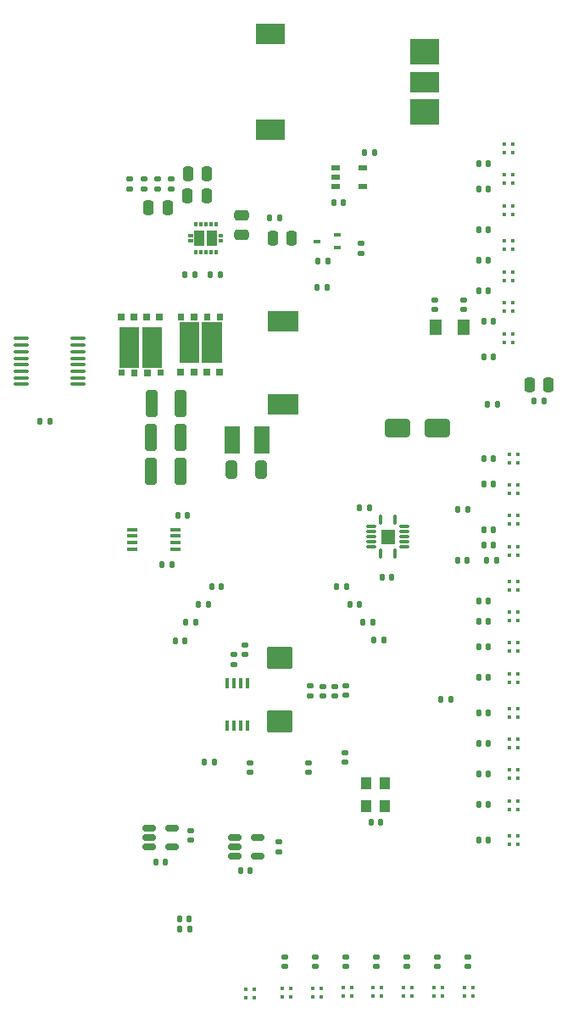
<source format=gbr>
%TF.GenerationSoftware,KiCad,Pcbnew,8.0.1*%
%TF.CreationDate,2024-04-16T22:47:58+08:00*%
%TF.ProjectId,bitaxeUltra,62697461-7865-4556-9c74-72612e6b6963,rev?*%
%TF.SameCoordinates,Original*%
%TF.FileFunction,Paste,Top*%
%TF.FilePolarity,Positive*%
%FSLAX46Y46*%
G04 Gerber Fmt 4.6, Leading zero omitted, Abs format (unit mm)*
G04 Created by KiCad (PCBNEW 8.0.1) date 2024-04-16 22:47:58*
%MOMM*%
%LPD*%
G01*
G04 APERTURE LIST*
G04 Aperture macros list*
%AMRoundRect*
0 Rectangle with rounded corners*
0 $1 Rounding radius*
0 $2 $3 $4 $5 $6 $7 $8 $9 X,Y pos of 4 corners*
0 Add a 4 corners polygon primitive as box body*
4,1,4,$2,$3,$4,$5,$6,$7,$8,$9,$2,$3,0*
0 Add four circle primitives for the rounded corners*
1,1,$1+$1,$2,$3*
1,1,$1+$1,$4,$5*
1,1,$1+$1,$6,$7*
1,1,$1+$1,$8,$9*
0 Add four rect primitives between the rounded corners*
20,1,$1+$1,$2,$3,$4,$5,0*
20,1,$1+$1,$4,$5,$6,$7,0*
20,1,$1+$1,$6,$7,$8,$9,0*
20,1,$1+$1,$8,$9,$2,$3,0*%
G04 Aperture macros list end*
%ADD10C,0.010000*%
%ADD11C,0.100000*%
%ADD12C,0.001000*%
%ADD13RoundRect,0.250000X0.250000X0.475000X-0.250000X0.475000X-0.250000X-0.475000X0.250000X-0.475000X0*%
%ADD14RoundRect,0.140000X0.140000X0.170000X-0.140000X0.170000X-0.140000X-0.170000X0.140000X-0.170000X0*%
%ADD15R,0.450000X0.450000*%
%ADD16RoundRect,0.250000X-1.000000X-0.650000X1.000000X-0.650000X1.000000X0.650000X-1.000000X0.650000X0*%
%ADD17RoundRect,0.100000X-0.637500X-0.100000X0.637500X-0.100000X0.637500X0.100000X-0.637500X0.100000X0*%
%ADD18RoundRect,0.140000X-0.170000X0.140000X-0.170000X-0.140000X0.170000X-0.140000X0.170000X0.140000X0*%
%ADD19RoundRect,0.135000X-0.185000X0.135000X-0.185000X-0.135000X0.185000X-0.135000X0.185000X0.135000X0*%
%ADD20RoundRect,0.140000X-0.140000X-0.170000X0.140000X-0.170000X0.140000X0.170000X-0.140000X0.170000X0*%
%ADD21RoundRect,0.135000X0.135000X0.185000X-0.135000X0.185000X-0.135000X-0.185000X0.135000X-0.185000X0*%
%ADD22R,0.700000X0.450000*%
%ADD23RoundRect,0.250000X-0.475000X0.250000X-0.475000X-0.250000X0.475000X-0.250000X0.475000X0.250000X0*%
%ADD24RoundRect,0.250000X-0.250000X-0.475000X0.250000X-0.475000X0.250000X0.475000X-0.250000X0.475000X0*%
%ADD25R,1.168400X1.600200*%
%ADD26RoundRect,0.150000X-0.512500X-0.150000X0.512500X-0.150000X0.512500X0.150000X-0.512500X0.150000X0*%
%ADD27RoundRect,0.140000X0.170000X-0.140000X0.170000X0.140000X-0.170000X0.140000X-0.170000X-0.140000X0*%
%ADD28R,0.400000X1.100000*%
%ADD29RoundRect,0.007800X-0.122200X0.442200X-0.122200X-0.442200X0.122200X-0.442200X0.122200X0.442200X0*%
%ADD30RoundRect,0.007800X-0.442200X-0.122200X0.442200X-0.122200X0.442200X0.122200X-0.442200X0.122200X0*%
%ADD31R,3.100000X2.000000*%
%ADD32RoundRect,0.135000X0.185000X-0.135000X0.185000X0.135000X-0.185000X0.135000X-0.185000X-0.135000X0*%
%ADD33R,3.000000X2.500000*%
%ADD34R,3.000000X2.000000*%
%ADD35R,1.100000X0.400000*%
%ADD36RoundRect,0.250000X-1.025000X0.875000X-1.025000X-0.875000X1.025000X-0.875000X1.025000X0.875000X0*%
%ADD37R,0.700000X0.800000*%
%ADD38RoundRect,0.135000X-0.135000X-0.185000X0.135000X-0.185000X0.135000X0.185000X-0.135000X0.185000X0*%
%ADD39R,1.600000X2.700000*%
%ADD40RoundRect,0.250000X-0.325000X-1.100000X0.325000X-1.100000X0.325000X1.100000X-0.325000X1.100000X0*%
%ADD41R,1.100000X1.300000*%
%ADD42RoundRect,0.250000X0.325000X0.650000X-0.325000X0.650000X-0.325000X-0.650000X0.325000X-0.650000X0*%
%ADD43R,0.952500X0.558800*%
G04 APERTURE END LIST*
D10*
%TO.C,U2*%
X117072000Y-99915000D02*
X115772000Y-99915000D01*
X115772000Y-98615000D01*
X117072000Y-98615000D01*
X117072000Y-99915000D01*
G36*
X117072000Y-99915000D02*
G01*
X115772000Y-99915000D01*
X115772000Y-98615000D01*
X117072000Y-98615000D01*
X117072000Y-99915000D01*
G37*
%TO.C,Q2*%
X98591600Y-77590200D02*
X98061600Y-77580200D01*
X98061600Y-77020200D01*
X98591600Y-77020200D01*
X98591600Y-77590200D01*
G36*
X98591600Y-77590200D02*
G01*
X98061600Y-77580200D01*
X98061600Y-77020200D01*
X98591600Y-77020200D01*
X98591600Y-77590200D01*
G37*
X97291600Y-77590200D02*
X96761600Y-77580200D01*
X96761600Y-77020200D01*
X97291600Y-77020200D01*
X97291600Y-77590200D01*
G36*
X97291600Y-77590200D02*
G01*
X96761600Y-77580200D01*
X96761600Y-77020200D01*
X97291600Y-77020200D01*
X97291600Y-77590200D01*
G37*
X99881600Y-77610200D02*
X99351600Y-77600200D01*
X99351600Y-77040200D01*
X99881600Y-77040200D01*
X99881600Y-77610200D01*
G36*
X99881600Y-77610200D02*
G01*
X99351600Y-77600200D01*
X99351600Y-77040200D01*
X99881600Y-77040200D01*
X99881600Y-77610200D01*
G37*
X95991600Y-77610200D02*
X95461600Y-77600200D01*
X95461600Y-77040200D01*
X95991600Y-77040200D01*
X95991600Y-77610200D01*
G36*
X95991600Y-77610200D02*
G01*
X95461600Y-77600200D01*
X95461600Y-77040200D01*
X95991600Y-77040200D01*
X95991600Y-77610200D01*
G37*
X97521600Y-81790200D02*
X95601600Y-81790200D01*
X95601600Y-77810200D01*
X97521600Y-77810200D01*
X97521600Y-81790200D01*
G36*
X97521600Y-81790200D02*
G01*
X95601600Y-81790200D01*
X95601600Y-77810200D01*
X97521600Y-77810200D01*
X97521600Y-81790200D01*
G37*
X99801600Y-81800200D02*
X97881600Y-81800200D01*
X97881600Y-77820200D01*
X99801600Y-77820200D01*
X99801600Y-81800200D01*
G36*
X99801600Y-81800200D02*
G01*
X97881600Y-81800200D01*
X97881600Y-77820200D01*
X99801600Y-77820200D01*
X99801600Y-81800200D01*
G37*
%TO.C,U9*%
D11*
X99326691Y-67872200D02*
X99076691Y-67872200D01*
X99076691Y-68172200D01*
X99326691Y-68172200D01*
X99326691Y-67872200D01*
G36*
X99326691Y-67872200D02*
G01*
X99076691Y-67872200D01*
X99076691Y-68172200D01*
X99326691Y-68172200D01*
X99326691Y-67872200D01*
G37*
X98826691Y-67872200D02*
X98576691Y-67872200D01*
X98576691Y-68172200D01*
X98826691Y-68172200D01*
X98826691Y-67872200D01*
G36*
X98826691Y-67872200D02*
G01*
X98576691Y-67872200D01*
X98576691Y-68172200D01*
X98826691Y-68172200D01*
X98826691Y-67872200D01*
G37*
X98326691Y-67872200D02*
X98076691Y-67872200D01*
X98076691Y-68172200D01*
X98326691Y-68172200D01*
X98326691Y-67872200D01*
G36*
X98326691Y-67872200D02*
G01*
X98076691Y-67872200D01*
X98076691Y-68172200D01*
X98326691Y-68172200D01*
X98326691Y-67872200D01*
G37*
X97826691Y-67872200D02*
X97576691Y-67872200D01*
X97576691Y-68172200D01*
X97826691Y-68172200D01*
X97826691Y-67872200D01*
G36*
X97826691Y-67872200D02*
G01*
X97576691Y-67872200D01*
X97576691Y-68172200D01*
X97826691Y-68172200D01*
X97826691Y-67872200D01*
G37*
X97326691Y-67872200D02*
X97076691Y-67872200D01*
X97076691Y-68172200D01*
X97326691Y-68172200D01*
X97326691Y-67872200D01*
G36*
X97326691Y-67872200D02*
G01*
X97076691Y-67872200D01*
X97076691Y-68172200D01*
X97326691Y-68172200D01*
X97326691Y-67872200D01*
G37*
X99326691Y-70672200D02*
X99076691Y-70672200D01*
X99076691Y-70972200D01*
X99326691Y-70972200D01*
X99326691Y-70672200D01*
G36*
X99326691Y-70672200D02*
G01*
X99076691Y-70672200D01*
X99076691Y-70972200D01*
X99326691Y-70972200D01*
X99326691Y-70672200D01*
G37*
X98826691Y-70672200D02*
X98576691Y-70672200D01*
X98576691Y-70972200D01*
X98826691Y-70972200D01*
X98826691Y-70672200D01*
G36*
X98826691Y-70672200D02*
G01*
X98576691Y-70672200D01*
X98576691Y-70972200D01*
X98826691Y-70972200D01*
X98826691Y-70672200D01*
G37*
X98326691Y-70672200D02*
X98076691Y-70672200D01*
X98076691Y-70972200D01*
X98326691Y-70972200D01*
X98326691Y-70672200D01*
G36*
X98326691Y-70672200D02*
G01*
X98076691Y-70672200D01*
X98076691Y-70972200D01*
X98326691Y-70972200D01*
X98326691Y-70672200D01*
G37*
X97826691Y-70672200D02*
X97576691Y-70672200D01*
X97576691Y-70972200D01*
X97826691Y-70972200D01*
X97826691Y-70672200D01*
G36*
X97826691Y-70672200D02*
G01*
X97576691Y-70672200D01*
X97576691Y-70972200D01*
X97826691Y-70972200D01*
X97826691Y-70672200D01*
G37*
X97326691Y-70672200D02*
X97076691Y-70672200D01*
X97076691Y-70972200D01*
X97326691Y-70972200D01*
X97326691Y-70672200D01*
G36*
X97326691Y-70672200D02*
G01*
X97076691Y-70672200D01*
X97076691Y-70972200D01*
X97326691Y-70972200D01*
X97326691Y-70672200D01*
G37*
D12*
X99901691Y-69297200D02*
X99531691Y-69297200D01*
X99531691Y-69047200D01*
X99901691Y-69047200D01*
X99901691Y-69297200D01*
G36*
X99901691Y-69297200D02*
G01*
X99531691Y-69297200D01*
X99531691Y-69047200D01*
X99901691Y-69047200D01*
X99901691Y-69297200D01*
G37*
X96871691Y-69297200D02*
X96501691Y-69297200D01*
X96501691Y-69047200D01*
X96871691Y-69047200D01*
X96871691Y-69297200D01*
G36*
X96871691Y-69297200D02*
G01*
X96501691Y-69297200D01*
X96501691Y-69047200D01*
X96871691Y-69047200D01*
X96871691Y-69297200D01*
G37*
X99901691Y-69797200D02*
X99531691Y-69797200D01*
X99531691Y-69547200D01*
X99901691Y-69547200D01*
X99901691Y-69797200D01*
G36*
X99901691Y-69797200D02*
G01*
X99531691Y-69797200D01*
X99531691Y-69547200D01*
X99901691Y-69547200D01*
X99901691Y-69797200D01*
G37*
X96871691Y-69797200D02*
X96501691Y-69797200D01*
X96501691Y-69547200D01*
X96871691Y-69547200D01*
X96871691Y-69797200D01*
G36*
X96871691Y-69797200D02*
G01*
X96501691Y-69797200D01*
X96501691Y-69547200D01*
X96871691Y-69547200D01*
X96871691Y-69797200D01*
G37*
X99311691Y-70132200D02*
X98376691Y-70132200D01*
X98376691Y-68682200D01*
X99311691Y-68682200D01*
X99311691Y-70132200D01*
G36*
X99311691Y-70132200D02*
G01*
X98376691Y-70132200D01*
X98376691Y-68682200D01*
X99311691Y-68682200D01*
X99311691Y-70132200D01*
G37*
X98016691Y-70132200D02*
X97081691Y-70132200D01*
X97081691Y-68682200D01*
X98016691Y-68682200D01*
X98016691Y-70132200D01*
G36*
X98016691Y-70132200D02*
G01*
X97081691Y-70132200D01*
X97081691Y-68682200D01*
X98016691Y-68682200D01*
X98016691Y-70132200D01*
G37*
D10*
%TO.C,Q1*%
X91339887Y-82596364D02*
X91339887Y-83156364D01*
X90809887Y-83156364D01*
X90809887Y-82586364D01*
X91339887Y-82596364D01*
G36*
X91339887Y-82596364D02*
G01*
X91339887Y-83156364D01*
X90809887Y-83156364D01*
X90809887Y-82586364D01*
X91339887Y-82596364D01*
G37*
X92639887Y-82596364D02*
X92639887Y-83156364D01*
X92109887Y-83156364D01*
X92109887Y-82586364D01*
X92639887Y-82596364D01*
G36*
X92639887Y-82596364D02*
G01*
X92639887Y-83156364D01*
X92109887Y-83156364D01*
X92109887Y-82586364D01*
X92639887Y-82596364D01*
G37*
X90049887Y-82576364D02*
X90049887Y-83136364D01*
X89519887Y-83136364D01*
X89519887Y-82566364D01*
X90049887Y-82576364D01*
G36*
X90049887Y-82576364D02*
G01*
X90049887Y-83136364D01*
X89519887Y-83136364D01*
X89519887Y-82566364D01*
X90049887Y-82576364D01*
G37*
X93939887Y-82576364D02*
X93939887Y-83136364D01*
X93409887Y-83136364D01*
X93409887Y-82566364D01*
X93939887Y-82576364D01*
G36*
X93939887Y-82576364D02*
G01*
X93939887Y-83136364D01*
X93409887Y-83136364D01*
X93409887Y-82566364D01*
X93939887Y-82576364D01*
G37*
X93799887Y-82366364D02*
X91879887Y-82366364D01*
X91879887Y-78386364D01*
X93799887Y-78386364D01*
X93799887Y-82366364D01*
G36*
X93799887Y-82366364D02*
G01*
X91879887Y-82366364D01*
X91879887Y-78386364D01*
X93799887Y-78386364D01*
X93799887Y-82366364D01*
G37*
X91519887Y-82356364D02*
X89599887Y-82356364D01*
X89599887Y-78376364D01*
X91519887Y-78376364D01*
X91519887Y-82356364D01*
G36*
X91519887Y-82356364D02*
G01*
X89599887Y-82356364D01*
X89599887Y-78376364D01*
X91519887Y-78376364D01*
X91519887Y-82356364D01*
G37*
%TD*%
D13*
%TO.C,C43*%
X106814000Y-69487000D03*
X104914000Y-69487000D03*
%TD*%
D14*
%TO.C,C19*%
X116836000Y-103365000D03*
X115876000Y-103365000D03*
%TD*%
D15*
%TO.C,M23*%
X118872000Y-145122000D03*
X118022000Y-145122000D03*
X118872000Y-144272000D03*
X118022000Y-144272000D03*
%TD*%
D16*
%TO.C,D1*%
X117380000Y-88392000D03*
X121380000Y-88392000D03*
%TD*%
D15*
%TO.C,M27*%
X106763000Y-145205000D03*
X105913000Y-145205000D03*
X106763000Y-144355000D03*
X105913000Y-144355000D03*
%TD*%
%TO.C,M12*%
X128607000Y-103715000D03*
X129457000Y-103715000D03*
X128607000Y-104565000D03*
X129457000Y-104565000D03*
%TD*%
D17*
%TO.C,U8*%
X79777500Y-79495000D03*
X79777500Y-80145000D03*
X79777500Y-80795000D03*
X79777500Y-81445000D03*
X79777500Y-82095000D03*
X79777500Y-82745000D03*
X79777500Y-83395000D03*
X79777500Y-84045000D03*
X85502500Y-84045000D03*
X85502500Y-83395000D03*
X85502500Y-82745000D03*
X85502500Y-82095000D03*
X85502500Y-81445000D03*
X85502500Y-80795000D03*
X85502500Y-80145000D03*
X85502500Y-79495000D03*
%TD*%
D18*
%TO.C,C7*%
X112268000Y-114175600D03*
X112268000Y-115135600D03*
%TD*%
D19*
%TO.C,R13*%
X90649600Y-63569000D03*
X90649600Y-64589000D03*
%TD*%
D20*
%TO.C,CM18*%
X125504000Y-122936000D03*
X126464000Y-122936000D03*
%TD*%
D18*
%TO.C,CM21*%
X124460000Y-141252000D03*
X124460000Y-142212000D03*
%TD*%
D21*
%TO.C,R6*%
X122717000Y-115554000D03*
X121697000Y-115554000D03*
%TD*%
D14*
%TO.C,C1*%
X115730000Y-127810000D03*
X114770000Y-127810000D03*
%TD*%
D22*
%TO.C,Q4*%
X111370000Y-70430000D03*
X111370000Y-69130000D03*
X109370000Y-69780000D03*
%TD*%
D13*
%TO.C,C41*%
X98355400Y-63005800D03*
X96455400Y-63005800D03*
%TD*%
D15*
%TO.C,M2*%
X128099000Y-63075000D03*
X128949000Y-63075000D03*
X128099000Y-63925000D03*
X128949000Y-63925000D03*
%TD*%
D20*
%TO.C,CM13*%
X125504000Y-107696000D03*
X126464000Y-107696000D03*
%TD*%
D18*
%TO.C,CM23*%
X118364000Y-141252000D03*
X118364000Y-142212000D03*
%TD*%
D19*
%TO.C,R8*%
X113770000Y-69930000D03*
X113770000Y-70950000D03*
%TD*%
D15*
%TO.C,M9*%
X128607000Y-94063000D03*
X129457000Y-94063000D03*
X128607000Y-94913000D03*
X129457000Y-94913000D03*
%TD*%
D14*
%TO.C,C3*%
X114920000Y-107790000D03*
X113960000Y-107790000D03*
%TD*%
D21*
%TO.C,R5*%
X124464000Y-96520000D03*
X123444000Y-96520000D03*
%TD*%
D20*
%TO.C,CM4*%
X125504000Y-71628000D03*
X126464000Y-71628000D03*
%TD*%
D23*
%TO.C,C38*%
X101783000Y-67211600D03*
X101783000Y-69111600D03*
%TD*%
D20*
%TO.C,CM3*%
X125504000Y-68580000D03*
X126464000Y-68580000D03*
%TD*%
D18*
%TO.C,C25*%
X105540000Y-129760000D03*
X105540000Y-130720000D03*
%TD*%
D24*
%TO.C,C45*%
X92522000Y-66420000D03*
X94422000Y-66420000D03*
%TD*%
D25*
%TO.C,Y1*%
X124017400Y-78349000D03*
X121172600Y-78349000D03*
%TD*%
D15*
%TO.C,M26*%
X109811000Y-145205000D03*
X108961000Y-145205000D03*
X109811000Y-144355000D03*
X108961000Y-144355000D03*
%TD*%
D20*
%TO.C,CM5*%
X125504000Y-74676000D03*
X126464000Y-74676000D03*
%TD*%
D26*
%TO.C,U5*%
X92615500Y-128358000D03*
X92615500Y-129308000D03*
X92615500Y-130258000D03*
X94890500Y-130258000D03*
X94890500Y-128358000D03*
%TD*%
D24*
%TO.C,C51*%
X130580000Y-84090000D03*
X132480000Y-84090000D03*
%TD*%
D26*
%TO.C,U6*%
X101182500Y-129290000D03*
X101182500Y-130240000D03*
X101182500Y-131190000D03*
X103457500Y-131190000D03*
X103457500Y-129290000D03*
%TD*%
D18*
%TO.C,CM25*%
X112268000Y-141252000D03*
X112268000Y-142212000D03*
%TD*%
D15*
%TO.C,M14*%
X128607000Y-109811000D03*
X129457000Y-109811000D03*
X128607000Y-110661000D03*
X129457000Y-110661000D03*
%TD*%
%TO.C,M7*%
X128099000Y-78989000D03*
X128949000Y-78989000D03*
X128099000Y-79839000D03*
X128949000Y-79839000D03*
%TD*%
%TO.C,M1*%
X128099000Y-60027000D03*
X128949000Y-60027000D03*
X128099000Y-60877000D03*
X128949000Y-60877000D03*
%TD*%
D27*
%TO.C,C4*%
X108485000Y-122798000D03*
X108485000Y-121838000D03*
%TD*%
D28*
%TO.C,U7*%
X102371800Y-113877200D03*
X101721800Y-113877200D03*
X101071800Y-113877200D03*
X100421800Y-113877200D03*
X100421800Y-118177200D03*
X101071800Y-118177200D03*
X101721800Y-118177200D03*
X102371800Y-118177200D03*
%TD*%
D14*
%TO.C,C12*%
X99780000Y-104240000D03*
X98820000Y-104240000D03*
%TD*%
D20*
%TO.C,C52*%
X131050000Y-85700000D03*
X132010000Y-85700000D03*
%TD*%
D15*
%TO.C,M10*%
X128607000Y-97111000D03*
X129457000Y-97111000D03*
X128607000Y-97961000D03*
X129457000Y-97961000D03*
%TD*%
D21*
%TO.C,R1*%
X127347000Y-101658000D03*
X126327000Y-101658000D03*
%TD*%
D27*
%TO.C,C30*%
X124043000Y-76576000D03*
X124043000Y-75616000D03*
%TD*%
D29*
%TO.C,U2*%
X115672000Y-97580000D03*
D30*
X114737000Y-98265000D03*
X114737000Y-98765000D03*
X114737000Y-99265000D03*
X114737000Y-99765000D03*
X114737000Y-100265000D03*
D29*
X115672000Y-100950000D03*
X117172000Y-100950000D03*
D30*
X118107000Y-100265000D03*
X118107000Y-99765000D03*
X118107000Y-99265000D03*
X118107000Y-98765000D03*
X118107000Y-98265000D03*
D29*
X117172000Y-97580000D03*
%TD*%
D19*
%TO.C,R10*%
X94828800Y-63573600D03*
X94828800Y-64593600D03*
%TD*%
D20*
%TO.C,CM15*%
X125504000Y-113284000D03*
X126464000Y-113284000D03*
%TD*%
D31*
%TO.C,L1*%
X106000600Y-77761400D03*
X106000600Y-86081400D03*
%TD*%
D15*
%TO.C,M5*%
X128099000Y-72810000D03*
X128949000Y-72810000D03*
X128099000Y-73660000D03*
X128949000Y-73660000D03*
%TD*%
%TO.C,M3*%
X128099000Y-66206000D03*
X128949000Y-66206000D03*
X128099000Y-67056000D03*
X128949000Y-67056000D03*
%TD*%
%TO.C,M16*%
X128607000Y-116415000D03*
X129457000Y-116415000D03*
X128607000Y-117265000D03*
X129457000Y-117265000D03*
%TD*%
D32*
%TO.C,R15*%
X93465000Y-64589000D03*
X93465000Y-63569000D03*
%TD*%
D33*
%TO.C,LED\u002A\u002A*%
X120124000Y-50848000D03*
D34*
X120124000Y-53848000D03*
D33*
X120124000Y-56848000D03*
D34*
X104724000Y-49098000D03*
X104724000Y-58598000D03*
%TD*%
D15*
%TO.C,M13*%
X128607000Y-106763000D03*
X129457000Y-106763000D03*
X128607000Y-107613000D03*
X129457000Y-107613000D03*
%TD*%
D14*
%TO.C,C15*%
X98490000Y-106040000D03*
X97530000Y-106040000D03*
%TD*%
D21*
%TO.C,R16*%
X94840000Y-102040000D03*
X93820000Y-102040000D03*
%TD*%
D15*
%TO.C,M19*%
X128607000Y-125642000D03*
X129457000Y-125642000D03*
X128607000Y-126492000D03*
X129457000Y-126492000D03*
%TD*%
D18*
%TO.C,CM22*%
X121412000Y-141252000D03*
X121412000Y-142212000D03*
%TD*%
D15*
%TO.C,M15*%
X128607000Y-112942000D03*
X129457000Y-112942000D03*
X128607000Y-113792000D03*
X129457000Y-113792000D03*
%TD*%
D18*
%TO.C,CM27*%
X106172000Y-141252000D03*
X106172000Y-142212000D03*
%TD*%
D20*
%TO.C,CM12*%
X125504000Y-105664000D03*
X126464000Y-105664000D03*
%TD*%
D15*
%TO.C,M17*%
X128607000Y-119463000D03*
X129457000Y-119463000D03*
X128607000Y-120313000D03*
X129457000Y-120313000D03*
%TD*%
D27*
%TO.C,C16*%
X102646000Y-122798000D03*
X102646000Y-121838000D03*
%TD*%
D14*
%TO.C,C49*%
X115080000Y-60930000D03*
X114120000Y-60930000D03*
%TD*%
D15*
%TO.C,M21*%
X124968000Y-145122000D03*
X124118000Y-145122000D03*
X124968000Y-144272000D03*
X124118000Y-144272000D03*
%TD*%
D14*
%TO.C,C18*%
X96139000Y-109681000D03*
X95179000Y-109681000D03*
%TD*%
D13*
%TO.C,C40*%
X98333000Y-65268000D03*
X96433000Y-65268000D03*
%TD*%
D20*
%TO.C,CM14*%
X125504000Y-110236000D03*
X126464000Y-110236000D03*
%TD*%
D35*
%TO.C,U10*%
X90890000Y-98565000D03*
X90890000Y-99215000D03*
X90890000Y-99865000D03*
X90890000Y-100515000D03*
X95190000Y-100515000D03*
X95190000Y-99865000D03*
X95190000Y-99215000D03*
X95190000Y-98565000D03*
%TD*%
D15*
%TO.C,M11*%
X128607000Y-100242000D03*
X129457000Y-100242000D03*
X128607000Y-101092000D03*
X129457000Y-101092000D03*
%TD*%
D20*
%TO.C,C39*%
X104650000Y-67450000D03*
X105610000Y-67450000D03*
%TD*%
D15*
%TO.C,M28*%
X103124000Y-145288000D03*
X102274000Y-145288000D03*
X103124000Y-144438000D03*
X102274000Y-144438000D03*
%TD*%
D20*
%TO.C,CM16*%
X125504000Y-116840000D03*
X126464000Y-116840000D03*
%TD*%
D27*
%TO.C,C31*%
X121159000Y-76585000D03*
X121159000Y-75625000D03*
%TD*%
D14*
%TO.C,C35*%
X82650000Y-87720000D03*
X81690000Y-87720000D03*
%TD*%
D18*
%TO.C,C10*%
X108712000Y-114201000D03*
X108712000Y-115161000D03*
%TD*%
%TO.C,C11*%
X111150400Y-114226400D03*
X111150400Y-115186400D03*
%TD*%
D19*
%TO.C,R14*%
X92057300Y-63569000D03*
X92057300Y-64589000D03*
%TD*%
D14*
%TO.C,C14*%
X99092000Y-121788000D03*
X98132000Y-121788000D03*
%TD*%
D36*
%TO.C,C13*%
X105600000Y-111360000D03*
X105600000Y-117760000D03*
%TD*%
D37*
%TO.C,Q2*%
X95751600Y-82862700D03*
X97049900Y-82862700D03*
X98313300Y-82862700D03*
X99611600Y-82862700D03*
%TD*%
D20*
%TO.C,CM11*%
X126012000Y-100076000D03*
X126972000Y-100076000D03*
%TD*%
%TO.C,CM7*%
X126012000Y-81280000D03*
X126972000Y-81280000D03*
%TD*%
D15*
%TO.C,M20*%
X128607000Y-129115000D03*
X129457000Y-129115000D03*
X128607000Y-129965000D03*
X129457000Y-129965000D03*
%TD*%
D27*
%TO.C,C33*%
X102133400Y-111046200D03*
X102133400Y-110086200D03*
%TD*%
D38*
%TO.C,R2*%
X95640000Y-138480000D03*
X96660000Y-138480000D03*
%TD*%
D20*
%TO.C,CM10*%
X126012000Y-98552000D03*
X126972000Y-98552000D03*
%TD*%
%TO.C,C44*%
X95450000Y-97140000D03*
X96410000Y-97140000D03*
%TD*%
%TO.C,C22*%
X93253000Y-131818000D03*
X94213000Y-131818000D03*
%TD*%
D14*
%TO.C,C21*%
X124370000Y-101660000D03*
X123410000Y-101660000D03*
%TD*%
D20*
%TO.C,CM9*%
X126012000Y-93980000D03*
X126972000Y-93980000D03*
%TD*%
D14*
%TO.C,C6*%
X113620000Y-106030000D03*
X112660000Y-106030000D03*
%TD*%
D39*
%TO.C,C46*%
X103851600Y-89640200D03*
X100851600Y-89640200D03*
%TD*%
D37*
%TO.C,Q1*%
X93649887Y-77313864D03*
X92351587Y-77313864D03*
X91088187Y-77313864D03*
X89789887Y-77313864D03*
%TD*%
D20*
%TO.C,CM20*%
X125504000Y-129540000D03*
X126464000Y-129540000D03*
%TD*%
D18*
%TO.C,CM24*%
X115316000Y-141252000D03*
X115316000Y-142212000D03*
%TD*%
D20*
%TO.C,C42*%
X96189800Y-73128000D03*
X97149800Y-73128000D03*
%TD*%
D40*
%TO.C,C34*%
X92806600Y-85970200D03*
X95756600Y-85970200D03*
%TD*%
D20*
%TO.C,CM6*%
X126012000Y-77724000D03*
X126972000Y-77724000D03*
%TD*%
D15*
%TO.C,M25*%
X112859000Y-145122000D03*
X112009000Y-145122000D03*
X112859000Y-144272000D03*
X112009000Y-144272000D03*
%TD*%
D41*
%TO.C,U1*%
X116140000Y-126170000D03*
X116140000Y-123870000D03*
X114240000Y-123870000D03*
X114240000Y-126170000D03*
%TD*%
D38*
%TO.C,R12*%
X98650200Y-73123400D03*
X99670200Y-73123400D03*
%TD*%
D21*
%TO.C,R4*%
X110465000Y-71760000D03*
X109445000Y-71760000D03*
%TD*%
D14*
%TO.C,C2*%
X116020000Y-109624000D03*
X115060000Y-109624000D03*
%TD*%
D38*
%TO.C,R7*%
X109340000Y-74410000D03*
X110360000Y-74410000D03*
%TD*%
D15*
%TO.C,M8*%
X128607000Y-91015000D03*
X129457000Y-91015000D03*
X128607000Y-91865000D03*
X129457000Y-91865000D03*
%TD*%
D20*
%TO.C,C23*%
X101730000Y-132610000D03*
X102690000Y-132610000D03*
%TD*%
%TO.C,CM8*%
X126012000Y-91440000D03*
X126972000Y-91440000D03*
%TD*%
%TO.C,CM2*%
X125504000Y-64516000D03*
X126464000Y-64516000D03*
%TD*%
D15*
%TO.C,M6*%
X128099000Y-75858000D03*
X128949000Y-75858000D03*
X128099000Y-76708000D03*
X128949000Y-76708000D03*
%TD*%
D20*
%TO.C,CM19*%
X125504000Y-125984000D03*
X126464000Y-125984000D03*
%TD*%
D27*
%TO.C,C5*%
X112160000Y-121800000D03*
X112160000Y-120840000D03*
%TD*%
D18*
%TO.C,CM26*%
X109220000Y-141252000D03*
X109220000Y-142212000D03*
%TD*%
D32*
%TO.C,R9*%
X101092000Y-112066800D03*
X101092000Y-111046800D03*
%TD*%
D14*
%TO.C,C17*%
X97210000Y-107780000D03*
X96250000Y-107780000D03*
%TD*%
%TO.C,C8*%
X112290000Y-104240000D03*
X111330000Y-104240000D03*
%TD*%
D20*
%TO.C,C29*%
X95640000Y-137410000D03*
X96600000Y-137410000D03*
%TD*%
D21*
%TO.C,R3*%
X127382000Y-86047000D03*
X126362000Y-86047000D03*
%TD*%
D20*
%TO.C,C27*%
X111051000Y-65931000D03*
X112011000Y-65931000D03*
%TD*%
%TO.C,CM17*%
X125504000Y-119888000D03*
X126464000Y-119888000D03*
%TD*%
D14*
%TO.C,C20*%
X114582000Y-96355000D03*
X113622000Y-96355000D03*
%TD*%
D42*
%TO.C,C47*%
X103786600Y-92610200D03*
X100836600Y-92610200D03*
%TD*%
D20*
%TO.C,CM1*%
X125504000Y-61976000D03*
X126464000Y-61976000D03*
%TD*%
D15*
%TO.C,M24*%
X115824000Y-145122000D03*
X114974000Y-145122000D03*
X115824000Y-144272000D03*
X114974000Y-144272000D03*
%TD*%
D18*
%TO.C,C24*%
X96763000Y-128638000D03*
X96763000Y-129598000D03*
%TD*%
D40*
%TO.C,C36*%
X92766600Y-89380200D03*
X95716600Y-89380200D03*
%TD*%
D15*
%TO.C,M4*%
X128099000Y-69679000D03*
X128949000Y-69679000D03*
X128099000Y-70529000D03*
X128949000Y-70529000D03*
%TD*%
D18*
%TO.C,C9*%
X109982000Y-114230000D03*
X109982000Y-115190000D03*
%TD*%
D43*
%TO.C,U11*%
X111185050Y-62440200D03*
X111185050Y-63380000D03*
X111185050Y-64319800D03*
X113940950Y-64319800D03*
X113940950Y-62440200D03*
%TD*%
D15*
%TO.C,M18*%
X128607000Y-122511000D03*
X129457000Y-122511000D03*
X128607000Y-123361000D03*
X129457000Y-123361000D03*
%TD*%
D40*
%TO.C,C37*%
X92766600Y-92740200D03*
X95716600Y-92740200D03*
%TD*%
D15*
%TO.C,M22*%
X121920000Y-145122000D03*
X121070000Y-145122000D03*
X121920000Y-144272000D03*
X121070000Y-144272000D03*
%TD*%
M02*

</source>
